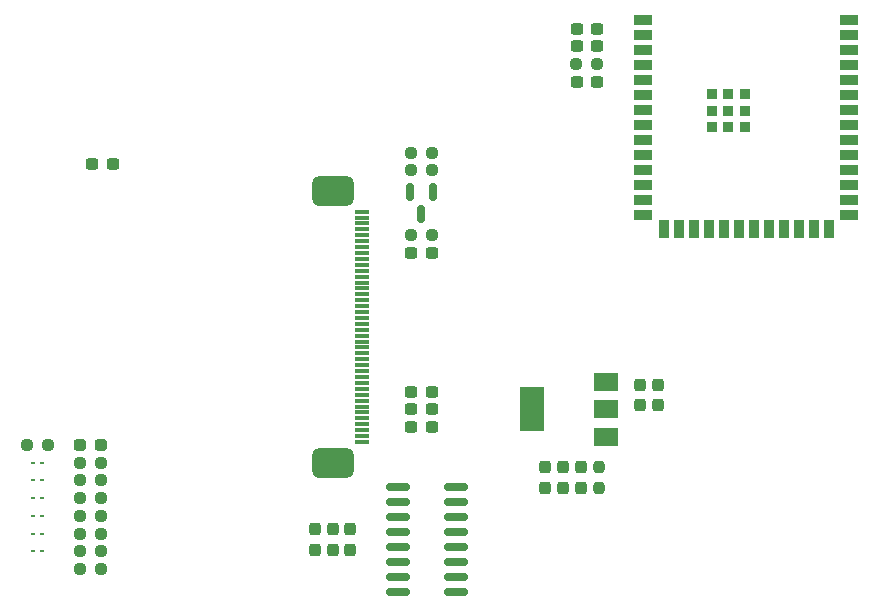
<source format=gtp>
%TF.GenerationSoftware,KiCad,Pcbnew,(6.0.10)*%
%TF.CreationDate,2022-12-31T20:59:50+01:00*%
%TF.ProjectId,ESPreen,45535072-6565-46e2-9e6b-696361645f70,0*%
%TF.SameCoordinates,Original*%
%TF.FileFunction,Paste,Top*%
%TF.FilePolarity,Positive*%
%FSLAX46Y46*%
G04 Gerber Fmt 4.6, Leading zero omitted, Abs format (unit mm)*
G04 Created by KiCad (PCBNEW (6.0.10)) date 2022-12-31 20:59:50*
%MOMM*%
%LPD*%
G01*
G04 APERTURE LIST*
G04 Aperture macros list*
%AMRoundRect*
0 Rectangle with rounded corners*
0 $1 Rounding radius*
0 $2 $3 $4 $5 $6 $7 $8 $9 X,Y pos of 4 corners*
0 Add a 4 corners polygon primitive as box body*
4,1,4,$2,$3,$4,$5,$6,$7,$8,$9,$2,$3,0*
0 Add four circle primitives for the rounded corners*
1,1,$1+$1,$2,$3*
1,1,$1+$1,$4,$5*
1,1,$1+$1,$6,$7*
1,1,$1+$1,$8,$9*
0 Add four rect primitives between the rounded corners*
20,1,$1+$1,$2,$3,$4,$5,0*
20,1,$1+$1,$4,$5,$6,$7,0*
20,1,$1+$1,$6,$7,$8,$9,0*
20,1,$1+$1,$8,$9,$2,$3,0*%
G04 Aperture macros list end*
%ADD10RoundRect,0.075000X0.550000X-0.075000X0.550000X0.075000X-0.550000X0.075000X-0.550000X-0.075000X0*%
%ADD11RoundRect,0.500000X1.250000X-0.750000X1.250000X0.750000X-1.250000X0.750000X-1.250000X-0.750000X0*%
%ADD12RoundRect,0.237500X0.300000X0.237500X-0.300000X0.237500X-0.300000X-0.237500X0.300000X-0.237500X0*%
%ADD13RoundRect,0.237500X-0.237500X0.300000X-0.237500X-0.300000X0.237500X-0.300000X0.237500X0.300000X0*%
%ADD14RoundRect,0.237500X-0.250000X-0.237500X0.250000X-0.237500X0.250000X0.237500X-0.250000X0.237500X0*%
%ADD15RoundRect,0.237500X0.250000X0.237500X-0.250000X0.237500X-0.250000X-0.237500X0.250000X-0.237500X0*%
%ADD16RoundRect,0.237500X-0.300000X-0.237500X0.300000X-0.237500X0.300000X0.237500X-0.300000X0.237500X0*%
%ADD17R,0.360000X0.250000*%
%ADD18R,2.000000X1.500000*%
%ADD19R,2.000000X3.800000*%
%ADD20R,0.900000X0.900000*%
%ADD21R,1.500000X0.900000*%
%ADD22R,0.900000X1.500000*%
%ADD23RoundRect,0.150000X-0.150000X0.587500X-0.150000X-0.587500X0.150000X-0.587500X0.150000X0.587500X0*%
%ADD24RoundRect,0.150000X-0.825000X-0.150000X0.825000X-0.150000X0.825000X0.150000X-0.825000X0.150000X0*%
%ADD25RoundRect,0.237500X0.237500X-0.300000X0.237500X0.300000X-0.237500X0.300000X-0.237500X-0.300000X0*%
%ADD26RoundRect,0.237500X-0.287500X-0.237500X0.287500X-0.237500X0.287500X0.237500X-0.287500X0.237500X0*%
%ADD27RoundRect,0.237500X-0.237500X0.250000X-0.237500X-0.250000X0.237500X-0.250000X0.237500X0.250000X0*%
%ADD28RoundRect,0.237500X0.237500X-0.287500X0.237500X0.287500X-0.237500X0.287500X-0.237500X-0.287500X0*%
G04 APERTURE END LIST*
D10*
%TO.C,U4*%
X150500000Y-102250000D03*
X150500000Y-101750000D03*
X150500000Y-101250000D03*
X150500000Y-100750000D03*
X150500000Y-100250000D03*
X150500000Y-99750000D03*
X150500000Y-99250000D03*
X150500000Y-98750000D03*
X150500000Y-98250000D03*
X150500000Y-97750000D03*
X150500000Y-97250000D03*
X150500000Y-96750000D03*
X150500000Y-96250000D03*
X150500000Y-95750000D03*
X150500000Y-95250000D03*
X150500000Y-94750000D03*
X150500000Y-94250000D03*
X150500000Y-93750000D03*
X150500000Y-93250000D03*
X150500000Y-92750000D03*
X150500000Y-92250000D03*
X150500000Y-91750000D03*
X150500000Y-91250000D03*
X150500000Y-90750000D03*
X150500000Y-90250000D03*
X150500000Y-89750000D03*
X150500000Y-89250000D03*
X150500000Y-88750000D03*
X150500000Y-88250000D03*
X150500000Y-87750000D03*
X150500000Y-87250000D03*
X150500000Y-86750000D03*
X150500000Y-86250000D03*
X150500000Y-85750000D03*
X150500000Y-85250000D03*
X150500000Y-84750000D03*
X150500000Y-84250000D03*
X150500000Y-83750000D03*
X150500000Y-83250000D03*
X150500000Y-82750000D03*
D11*
X148000000Y-81000000D03*
X148000000Y-104000000D03*
%TD*%
D12*
%TO.C,C11*%
X170362500Y-67250000D03*
X168637500Y-67250000D03*
%TD*%
D13*
%TO.C,C7*%
X167500000Y-104387500D03*
X167500000Y-106112500D03*
%TD*%
D14*
%TO.C,R12*%
X154587500Y-77750000D03*
X156412500Y-77750000D03*
%TD*%
D15*
%TO.C,R2*%
X123912500Y-102500000D03*
X122087500Y-102500000D03*
%TD*%
D16*
%TO.C,C16*%
X154637500Y-86250000D03*
X156362500Y-86250000D03*
%TD*%
D17*
%TO.C,D7*%
X122580000Y-110000000D03*
X123420000Y-110000000D03*
%TD*%
D18*
%TO.C,U1*%
X171150000Y-101800000D03*
D19*
X164850000Y-99500000D03*
D18*
X171150000Y-99500000D03*
X171150000Y-97200000D03*
%TD*%
D15*
%TO.C,R10*%
X128412500Y-113000000D03*
X126587500Y-113000000D03*
%TD*%
D17*
%TO.C,D5*%
X122580000Y-107000000D03*
X123420000Y-107000000D03*
%TD*%
D12*
%TO.C,C8*%
X129362500Y-78750000D03*
X127637500Y-78750000D03*
%TD*%
D16*
%TO.C,C14*%
X154637500Y-99500000D03*
X156362500Y-99500000D03*
%TD*%
D20*
%TO.C,IC1*%
X182900000Y-74210000D03*
X180100000Y-72810000D03*
X180100000Y-75610000D03*
X182900000Y-75610000D03*
X182900000Y-72810000D03*
X181500000Y-75610000D03*
X180100000Y-74210000D03*
X181500000Y-74210000D03*
X181500000Y-72810000D03*
D21*
X174250000Y-66490000D03*
X174250000Y-67760000D03*
X174250000Y-69030000D03*
X174250000Y-70300000D03*
X174250000Y-71570000D03*
X174250000Y-72840000D03*
X174250000Y-74110000D03*
X174250000Y-75380000D03*
X174250000Y-76650000D03*
X174250000Y-77920000D03*
X174250000Y-79190000D03*
X174250000Y-80460000D03*
X174250000Y-81730000D03*
X174250000Y-83000000D03*
D22*
X176015000Y-84250000D03*
X177285000Y-84250000D03*
X178555000Y-84250000D03*
X179825000Y-84250000D03*
X181095000Y-84250000D03*
X182365000Y-84250000D03*
X183635000Y-84250000D03*
X184905000Y-84250000D03*
X186175000Y-84250000D03*
X187445000Y-84250000D03*
X188715000Y-84250000D03*
X189985000Y-84250000D03*
D21*
X191750000Y-83000000D03*
X191750000Y-81730000D03*
X191750000Y-80460000D03*
X191750000Y-79190000D03*
X191750000Y-77920000D03*
X191750000Y-76650000D03*
X191750000Y-75380000D03*
X191750000Y-74110000D03*
X191750000Y-72840000D03*
X191750000Y-71570000D03*
X191750000Y-70300000D03*
X191750000Y-69030000D03*
X191750000Y-67760000D03*
X191750000Y-66490000D03*
%TD*%
D16*
%TO.C,C13*%
X154637500Y-101000000D03*
X156362500Y-101000000D03*
%TD*%
D13*
%TO.C,C1*%
X175500000Y-97387500D03*
X175500000Y-99112500D03*
%TD*%
D17*
%TO.C,D6*%
X122580000Y-108500000D03*
X123420000Y-108500000D03*
%TD*%
D16*
%TO.C,C15*%
X154637500Y-98000000D03*
X156362500Y-98000000D03*
%TD*%
D15*
%TO.C,R5*%
X128412500Y-107000000D03*
X126587500Y-107000000D03*
%TD*%
D12*
%TO.C,C12*%
X170362500Y-68750000D03*
X168637500Y-68750000D03*
%TD*%
D14*
%TO.C,R13*%
X154587500Y-84750000D03*
X156412500Y-84750000D03*
%TD*%
%TO.C,R6*%
X168587500Y-70250000D03*
X170412500Y-70250000D03*
%TD*%
D13*
%TO.C,C3*%
X174000000Y-97387500D03*
X174000000Y-99112500D03*
%TD*%
D23*
%TO.C,Q1*%
X156450000Y-81062500D03*
X154550000Y-81062500D03*
X155500000Y-82937500D03*
%TD*%
D15*
%TO.C,R4*%
X128412500Y-105500000D03*
X126587500Y-105500000D03*
%TD*%
D17*
%TO.C,D3*%
X122580000Y-104000000D03*
X123420000Y-104000000D03*
%TD*%
D15*
%TO.C,R3*%
X128412500Y-104000000D03*
X126587500Y-104000000D03*
%TD*%
%TO.C,R7*%
X128412500Y-108500000D03*
X126587500Y-108500000D03*
%TD*%
D24*
%TO.C,U2*%
X153525000Y-106055000D03*
X153525000Y-107325000D03*
X153525000Y-108595000D03*
X153525000Y-109865000D03*
X153525000Y-111135000D03*
X153525000Y-112405000D03*
X153525000Y-113675000D03*
X153525000Y-114945000D03*
X158475000Y-114945000D03*
X158475000Y-113675000D03*
X158475000Y-112405000D03*
X158475000Y-111135000D03*
X158475000Y-109865000D03*
X158475000Y-108595000D03*
X158475000Y-107325000D03*
X158475000Y-106055000D03*
%TD*%
D15*
%TO.C,R11*%
X156412500Y-79250000D03*
X154587500Y-79250000D03*
%TD*%
D16*
%TO.C,C10*%
X168637500Y-71750000D03*
X170362500Y-71750000D03*
%TD*%
D25*
%TO.C,C5*%
X148000000Y-111362500D03*
X148000000Y-109637500D03*
%TD*%
D15*
%TO.C,R8*%
X128412500Y-110000000D03*
X126587500Y-110000000D03*
%TD*%
D17*
%TO.C,D4*%
X122580000Y-105500000D03*
X123420000Y-105500000D03*
%TD*%
D26*
%TO.C,D2*%
X126625000Y-102500000D03*
X128375000Y-102500000D03*
%TD*%
D25*
%TO.C,C2*%
X146500000Y-111362500D03*
X146500000Y-109637500D03*
%TD*%
D13*
%TO.C,C6*%
X166000000Y-104387500D03*
X166000000Y-106112500D03*
%TD*%
D25*
%TO.C,C4*%
X149500000Y-111362500D03*
X149500000Y-109637500D03*
%TD*%
D27*
%TO.C,R1*%
X170500000Y-104337500D03*
X170500000Y-106162500D03*
%TD*%
D28*
%TO.C,D1*%
X169000000Y-106125000D03*
X169000000Y-104375000D03*
%TD*%
D15*
%TO.C,R9*%
X128412500Y-111500000D03*
X126587500Y-111500000D03*
%TD*%
D17*
%TO.C,D8*%
X122580000Y-111500000D03*
X123420000Y-111500000D03*
%TD*%
M02*

</source>
